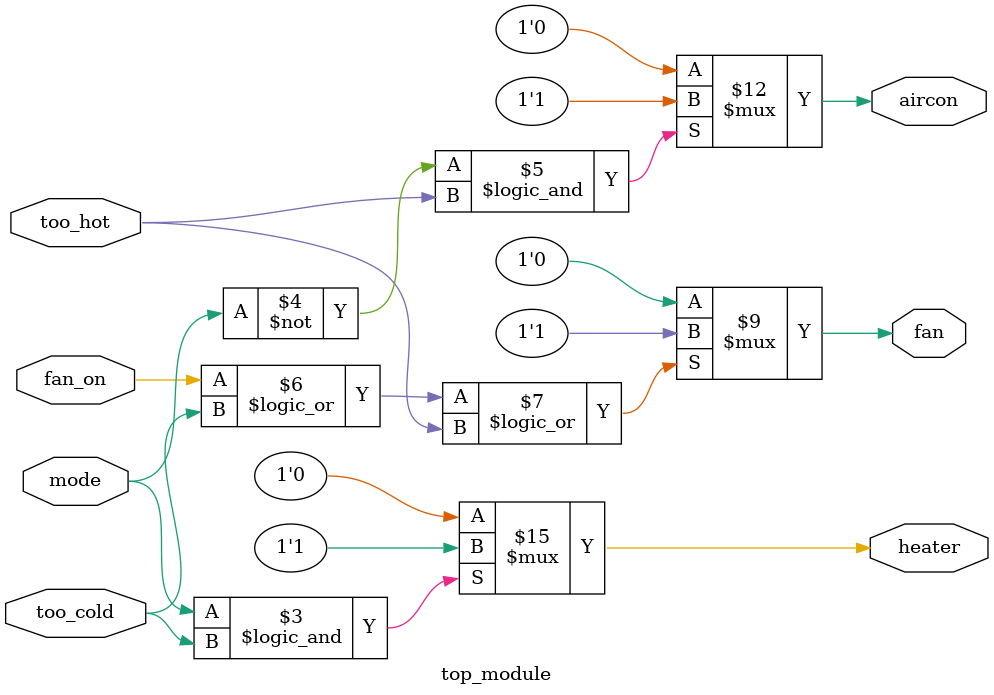
<source format=sv>
module top_module(
    input mode,
    input too_cold, 
    input too_hot,
    input fan_on,
    output reg heater,
    output reg aircon,
    output reg fan
);

always @(*) begin
    if (mode == 1'b1 && too_cold)
        heater = 1;
    else
        heater = 0;

    if (mode == 1'b0 && too_hot)
        aircon = 1;
    else
        aircon = 0;

    if (fan_on || too_cold || too_hot)
        fan = 1;
    else
        fan = 0;
end

endmodule

</source>
